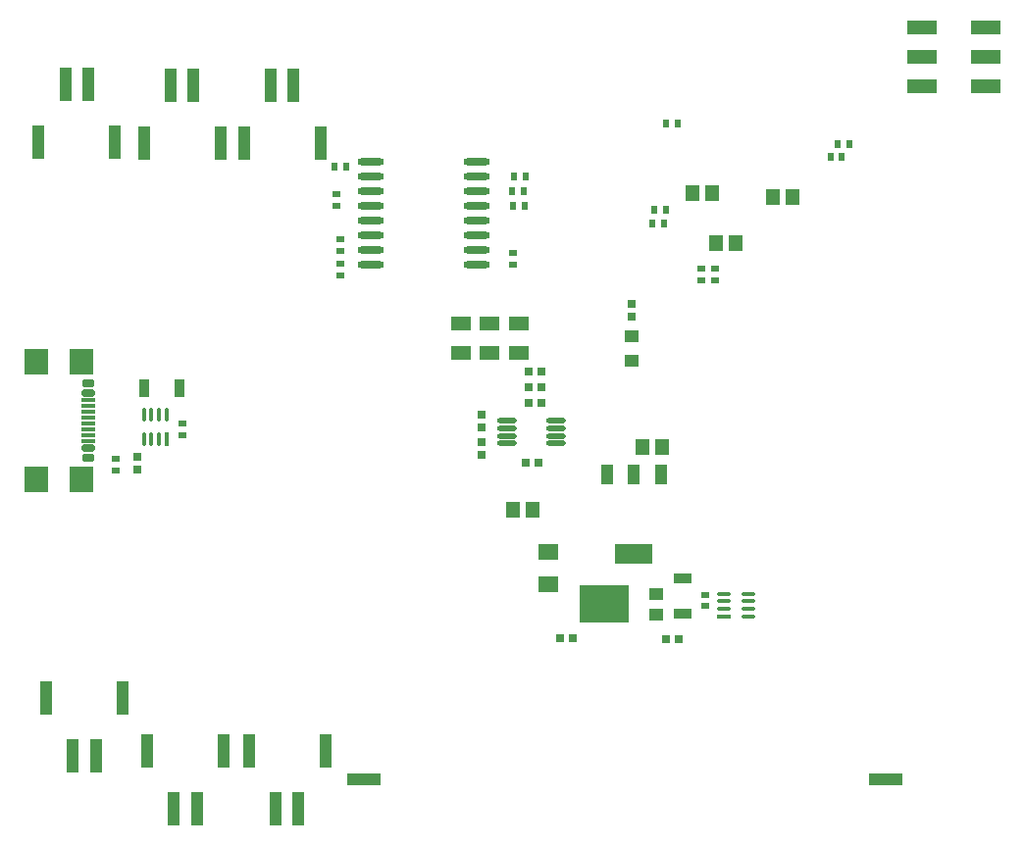
<source format=gbp>
G04*
G04 #@! TF.GenerationSoftware,Altium Limited,Altium Designer,22.1.2 (22)*
G04*
G04 Layer_Color=128*
%FSLAX44Y44*%
%MOMM*%
G71*
G04*
G04 #@! TF.SameCoordinates,74BE647B-5A68-4C54-96DD-97E0C3036DEC*
G04*
G04*
G04 #@! TF.FilePolarity,Positive*
G04*
G01*
G75*
%ADD21R,0.7500X0.6500*%
%ADD25R,0.6500X0.7500*%
%ADD26R,0.6400X0.5400*%
%ADD31R,0.3750X1.1565*%
G04:AMPARAMS|DCode=32|XSize=1.1565mm|YSize=0.375mm|CornerRadius=0.1875mm|HoleSize=0mm|Usage=FLASHONLY|Rotation=90.000|XOffset=0mm|YOffset=0mm|HoleType=Round|Shape=RoundedRectangle|*
%AMROUNDEDRECTD32*
21,1,1.1565,0.0000,0,0,90.0*
21,1,0.7815,0.3750,0,0,90.0*
1,1,0.3750,0.0000,0.3908*
1,1,0.3750,0.0000,-0.3908*
1,1,0.3750,0.0000,-0.3908*
1,1,0.3750,0.0000,0.3908*
%
%ADD32ROUNDEDRECTD32*%
%ADD38R,0.5400X0.6400*%
%ADD39R,0.9000X1.6500*%
%ADD43R,1.2000X1.1000*%
%ADD44R,1.8000X1.3500*%
%ADD45R,0.6500X0.5500*%
%ADD46R,0.5500X0.6500*%
%ADD116R,1.0000X3.0000*%
%ADD117O,2.3000X0.6000*%
%ADD118R,2.5400X1.2700*%
%ADD119R,1.1500X0.3000*%
G04:AMPARAMS|DCode=120|XSize=0.6mm|YSize=1.15mm|CornerRadius=0.15mm|HoleSize=0mm|Usage=FLASHONLY|Rotation=90.000|XOffset=0mm|YOffset=0mm|HoleType=Round|Shape=RoundedRectangle|*
%AMROUNDEDRECTD120*
21,1,0.6000,0.8500,0,0,90.0*
21,1,0.3000,1.1500,0,0,90.0*
1,1,0.3000,0.4250,0.1500*
1,1,0.3000,0.4250,-0.1500*
1,1,0.3000,-0.4250,-0.1500*
1,1,0.3000,-0.4250,0.1500*
%
%ADD120ROUNDEDRECTD120*%
G04:AMPARAMS|DCode=121|XSize=0.6mm|YSize=1.1mm|CornerRadius=0.15mm|HoleSize=0mm|Usage=FLASHONLY|Rotation=90.000|XOffset=0mm|YOffset=0mm|HoleType=Round|Shape=RoundedRectangle|*
%AMROUNDEDRECTD121*
21,1,0.6000,0.8000,0,0,90.0*
21,1,0.3000,1.1000,0,0,90.0*
1,1,0.3000,0.4000,0.1500*
1,1,0.3000,0.4000,-0.1500*
1,1,0.3000,-0.4000,-0.1500*
1,1,0.3000,-0.4000,0.1500*
%
%ADD121ROUNDEDRECTD121*%
%ADD122R,2.0000X2.1800*%
%ADD123R,3.0000X1.0000*%
%ADD124O,1.7000X0.4500*%
%ADD125R,1.1565X0.3750*%
G04:AMPARAMS|DCode=126|XSize=1.1565mm|YSize=0.375mm|CornerRadius=0.1875mm|HoleSize=0mm|Usage=FLASHONLY|Rotation=0.000|XOffset=0mm|YOffset=0mm|HoleType=Round|Shape=RoundedRectangle|*
%AMROUNDEDRECTD126*
21,1,1.1565,0.0000,0,0,0.0*
21,1,0.7815,0.3750,0,0,0.0*
1,1,0.3750,0.3908,0.0000*
1,1,0.3750,-0.3908,0.0000*
1,1,0.3750,-0.3908,0.0000*
1,1,0.3750,0.3908,0.0000*
%
%ADD126ROUNDEDRECTD126*%
%ADD127R,1.2000X1.4000*%
%ADD128R,1.6500X0.9000*%
%ADD129R,1.7062X1.1544*%
%ADD130R,1.1500X1.1000*%
%ADD131R,4.3500X3.2000*%
%ADD132R,3.2500X1.7000*%
%ADD133R,1.0000X1.7000*%
D21*
X401643Y353942D02*
D03*
Y364942D02*
D03*
Y330500D02*
D03*
Y341500D02*
D03*
X530583Y461099D02*
D03*
Y450099D02*
D03*
X103884Y317408D02*
D03*
Y328408D02*
D03*
D25*
X452889Y388920D02*
D03*
X441889D02*
D03*
Y375420D02*
D03*
X452889D02*
D03*
X439639Y323920D02*
D03*
X450639D02*
D03*
X441889Y402420D02*
D03*
X452889D02*
D03*
X560500Y171000D02*
D03*
X571500D02*
D03*
X469500Y172000D02*
D03*
X480500D02*
D03*
D26*
X143385Y357525D02*
D03*
Y347525D02*
D03*
X602920Y481406D02*
D03*
Y491406D02*
D03*
X591420Y481406D02*
D03*
Y491406D02*
D03*
X594500Y199670D02*
D03*
Y209670D02*
D03*
X279456Y485448D02*
D03*
Y495448D02*
D03*
X279626Y506904D02*
D03*
Y516904D02*
D03*
X428819Y504674D02*
D03*
Y494674D02*
D03*
X86000Y326616D02*
D03*
Y316616D02*
D03*
D31*
X129342Y344266D02*
D03*
D32*
X122842D02*
D03*
X116342D02*
D03*
X109842D02*
D03*
Y365283D02*
D03*
X116342D02*
D03*
X122842D02*
D03*
X129342D02*
D03*
D38*
X718883Y598906D02*
D03*
X708883D02*
D03*
X712420Y587406D02*
D03*
X702420D02*
D03*
X548587Y530074D02*
D03*
X558587D02*
D03*
X550420Y542406D02*
D03*
X560420D02*
D03*
X570481Y616345D02*
D03*
X560481D02*
D03*
X438861Y545332D02*
D03*
X428861D02*
D03*
D39*
X110345Y388380D02*
D03*
X140845D02*
D03*
D43*
X530868Y432654D02*
D03*
Y411653D02*
D03*
D44*
X458750Y219000D02*
D03*
Y247000D02*
D03*
D45*
X276500Y555250D02*
D03*
Y545250D02*
D03*
D46*
X284250Y579500D02*
D03*
X274250D02*
D03*
X437519Y558130D02*
D03*
X427519D02*
D03*
X439236Y570560D02*
D03*
X429236D02*
D03*
D116*
X62062Y650500D02*
D03*
X42062D02*
D03*
X19062Y600500D02*
D03*
X85062D02*
D03*
X48459Y70078D02*
D03*
X68459D02*
D03*
X91459Y120078D02*
D03*
X25459D02*
D03*
X135645Y25000D02*
D03*
X155645D02*
D03*
X178645Y75000D02*
D03*
X112645D02*
D03*
X223407Y25000D02*
D03*
X243407D02*
D03*
X266407Y75000D02*
D03*
X200407D02*
D03*
X152811Y649340D02*
D03*
X132811D02*
D03*
X109811Y599340D02*
D03*
X175811D02*
D03*
X239214Y649340D02*
D03*
X219214D02*
D03*
X196214Y599340D02*
D03*
X262214D02*
D03*
D117*
X306118Y494448D02*
D03*
Y507148D02*
D03*
Y519848D02*
D03*
Y532548D02*
D03*
Y545248D02*
D03*
Y557948D02*
D03*
Y570648D02*
D03*
Y583348D02*
D03*
X397118Y494448D02*
D03*
Y507148D02*
D03*
Y519848D02*
D03*
Y532548D02*
D03*
Y545248D02*
D03*
Y557948D02*
D03*
Y570648D02*
D03*
Y583348D02*
D03*
D118*
X781798Y648600D02*
D03*
X836398D02*
D03*
X781798Y674000D02*
D03*
X836398D02*
D03*
X781798Y699400D02*
D03*
X836398D02*
D03*
D119*
X61800Y377500D02*
D03*
Y372500D02*
D03*
Y367500D02*
D03*
Y362500D02*
D03*
Y357500D02*
D03*
Y352500D02*
D03*
Y347500D02*
D03*
Y342500D02*
D03*
D120*
X62000Y384000D02*
D03*
Y336000D02*
D03*
D121*
X62300Y392000D02*
D03*
Y328000D02*
D03*
D122*
X56050Y411100D02*
D03*
Y308900D02*
D03*
X16750Y411100D02*
D03*
Y308900D02*
D03*
D123*
X750000Y50000D02*
D03*
X300000D02*
D03*
D124*
X465615Y359684D02*
D03*
Y353184D02*
D03*
Y346684D02*
D03*
Y340184D02*
D03*
X423615Y359684D02*
D03*
Y353184D02*
D03*
Y346684D02*
D03*
Y340184D02*
D03*
D125*
X610517Y190920D02*
D03*
D126*
Y197420D02*
D03*
Y203920D02*
D03*
Y210420D02*
D03*
X631534D02*
D03*
Y203920D02*
D03*
Y197420D02*
D03*
Y190920D02*
D03*
D127*
X669480Y553467D02*
D03*
X652480D02*
D03*
X428519Y283052D02*
D03*
X445519D02*
D03*
X557000Y336780D02*
D03*
X540000D02*
D03*
X583484Y556345D02*
D03*
X600484D02*
D03*
X620784Y513388D02*
D03*
X603784D02*
D03*
D128*
X575000Y223580D02*
D03*
Y193080D02*
D03*
D129*
X407854Y418532D02*
D03*
Y444050D02*
D03*
X383618Y418532D02*
D03*
Y444050D02*
D03*
X433617Y418532D02*
D03*
Y444050D02*
D03*
D130*
X552115Y210124D02*
D03*
Y192624D02*
D03*
D131*
X507615Y201374D02*
D03*
D132*
X533000Y244500D02*
D03*
D133*
X556000Y313500D02*
D03*
X533000D02*
D03*
X510000D02*
D03*
M02*

</source>
